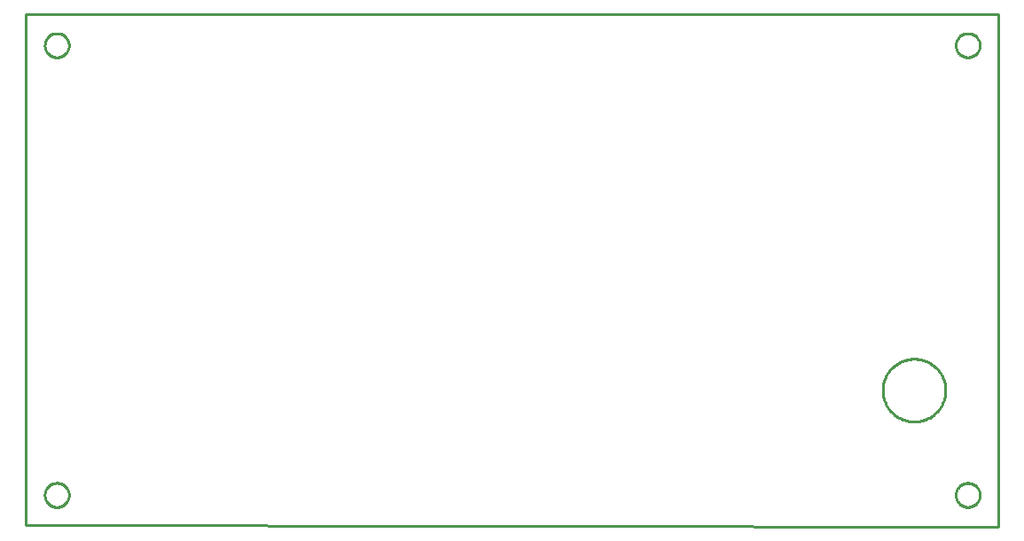
<source format=gbr>
G04 EAGLE Gerber RS-274X export*
G75*
%MOMM*%
%FSLAX34Y34*%
%LPD*%
%IN*%
%IPPOS*%
%AMOC8*
5,1,8,0,0,1.08239X$1,22.5*%
G01*
%ADD10C,0.254000*%


D10*
X110340Y590860D02*
X1039310Y589590D01*
X1039310Y1080010D01*
X110340Y1080010D01*
X110340Y590860D01*
X151500Y1049548D02*
X151429Y1048647D01*
X151288Y1047755D01*
X151077Y1046876D01*
X150798Y1046017D01*
X150452Y1045182D01*
X150041Y1044377D01*
X149569Y1043606D01*
X149038Y1042875D01*
X148451Y1042188D01*
X147812Y1041549D01*
X147125Y1040962D01*
X146394Y1040431D01*
X145623Y1039959D01*
X144818Y1039548D01*
X143983Y1039202D01*
X143124Y1038923D01*
X142245Y1038712D01*
X141353Y1038571D01*
X140452Y1038500D01*
X139548Y1038500D01*
X138647Y1038571D01*
X137755Y1038712D01*
X136876Y1038923D01*
X136017Y1039202D01*
X135182Y1039548D01*
X134377Y1039959D01*
X133606Y1040431D01*
X132875Y1040962D01*
X132188Y1041549D01*
X131549Y1042188D01*
X130962Y1042875D01*
X130431Y1043606D01*
X129959Y1044377D01*
X129548Y1045182D01*
X129202Y1046017D01*
X128923Y1046876D01*
X128712Y1047755D01*
X128571Y1048647D01*
X128500Y1049548D01*
X128500Y1050452D01*
X128571Y1051353D01*
X128712Y1052245D01*
X128923Y1053124D01*
X129202Y1053983D01*
X129548Y1054818D01*
X129959Y1055623D01*
X130431Y1056394D01*
X130962Y1057125D01*
X131549Y1057812D01*
X132188Y1058451D01*
X132875Y1059038D01*
X133606Y1059569D01*
X134377Y1060041D01*
X135182Y1060452D01*
X136017Y1060798D01*
X136876Y1061077D01*
X137755Y1061288D01*
X138647Y1061429D01*
X139548Y1061500D01*
X140452Y1061500D01*
X141353Y1061429D01*
X142245Y1061288D01*
X143124Y1061077D01*
X143983Y1060798D01*
X144818Y1060452D01*
X145623Y1060041D01*
X146394Y1059569D01*
X147125Y1059038D01*
X147812Y1058451D01*
X148451Y1057812D01*
X149038Y1057125D01*
X149569Y1056394D01*
X150041Y1055623D01*
X150452Y1054818D01*
X150798Y1053983D01*
X151077Y1053124D01*
X151288Y1052245D01*
X151429Y1051353D01*
X151500Y1050452D01*
X151500Y1049548D01*
X151500Y619548D02*
X151429Y618647D01*
X151288Y617755D01*
X151077Y616876D01*
X150798Y616017D01*
X150452Y615182D01*
X150041Y614377D01*
X149569Y613606D01*
X149038Y612875D01*
X148451Y612188D01*
X147812Y611549D01*
X147125Y610962D01*
X146394Y610431D01*
X145623Y609959D01*
X144818Y609548D01*
X143983Y609202D01*
X143124Y608923D01*
X142245Y608712D01*
X141353Y608571D01*
X140452Y608500D01*
X139548Y608500D01*
X138647Y608571D01*
X137755Y608712D01*
X136876Y608923D01*
X136017Y609202D01*
X135182Y609548D01*
X134377Y609959D01*
X133606Y610431D01*
X132875Y610962D01*
X132188Y611549D01*
X131549Y612188D01*
X130962Y612875D01*
X130431Y613606D01*
X129959Y614377D01*
X129548Y615182D01*
X129202Y616017D01*
X128923Y616876D01*
X128712Y617755D01*
X128571Y618647D01*
X128500Y619548D01*
X128500Y620452D01*
X128571Y621353D01*
X128712Y622245D01*
X128923Y623124D01*
X129202Y623983D01*
X129548Y624818D01*
X129959Y625623D01*
X130431Y626394D01*
X130962Y627125D01*
X131549Y627812D01*
X132188Y628451D01*
X132875Y629038D01*
X133606Y629569D01*
X134377Y630041D01*
X135182Y630452D01*
X136017Y630798D01*
X136876Y631077D01*
X137755Y631288D01*
X138647Y631429D01*
X139548Y631500D01*
X140452Y631500D01*
X141353Y631429D01*
X142245Y631288D01*
X143124Y631077D01*
X143983Y630798D01*
X144818Y630452D01*
X145623Y630041D01*
X146394Y629569D01*
X147125Y629038D01*
X147812Y628451D01*
X148451Y627812D01*
X149038Y627125D01*
X149569Y626394D01*
X150041Y625623D01*
X150452Y624818D01*
X150798Y623983D01*
X151077Y623124D01*
X151288Y622245D01*
X151429Y621353D01*
X151500Y620452D01*
X151500Y619548D01*
X1021500Y619548D02*
X1021429Y618647D01*
X1021288Y617755D01*
X1021077Y616876D01*
X1020798Y616017D01*
X1020452Y615182D01*
X1020041Y614377D01*
X1019569Y613606D01*
X1019038Y612875D01*
X1018451Y612188D01*
X1017812Y611549D01*
X1017125Y610962D01*
X1016394Y610431D01*
X1015623Y609959D01*
X1014818Y609548D01*
X1013983Y609202D01*
X1013124Y608923D01*
X1012245Y608712D01*
X1011353Y608571D01*
X1010452Y608500D01*
X1009548Y608500D01*
X1008647Y608571D01*
X1007755Y608712D01*
X1006876Y608923D01*
X1006017Y609202D01*
X1005182Y609548D01*
X1004377Y609959D01*
X1003606Y610431D01*
X1002875Y610962D01*
X1002188Y611549D01*
X1001549Y612188D01*
X1000962Y612875D01*
X1000431Y613606D01*
X999959Y614377D01*
X999548Y615182D01*
X999202Y616017D01*
X998923Y616876D01*
X998712Y617755D01*
X998571Y618647D01*
X998500Y619548D01*
X998500Y620452D01*
X998571Y621353D01*
X998712Y622245D01*
X998923Y623124D01*
X999202Y623983D01*
X999548Y624818D01*
X999959Y625623D01*
X1000431Y626394D01*
X1000962Y627125D01*
X1001549Y627812D01*
X1002188Y628451D01*
X1002875Y629038D01*
X1003606Y629569D01*
X1004377Y630041D01*
X1005182Y630452D01*
X1006017Y630798D01*
X1006876Y631077D01*
X1007755Y631288D01*
X1008647Y631429D01*
X1009548Y631500D01*
X1010452Y631500D01*
X1011353Y631429D01*
X1012245Y631288D01*
X1013124Y631077D01*
X1013983Y630798D01*
X1014818Y630452D01*
X1015623Y630041D01*
X1016394Y629569D01*
X1017125Y629038D01*
X1017812Y628451D01*
X1018451Y627812D01*
X1019038Y627125D01*
X1019569Y626394D01*
X1020041Y625623D01*
X1020452Y624818D01*
X1020798Y623983D01*
X1021077Y623124D01*
X1021288Y622245D01*
X1021429Y621353D01*
X1021500Y620452D01*
X1021500Y619548D01*
X1021500Y1049548D02*
X1021429Y1048647D01*
X1021288Y1047755D01*
X1021077Y1046876D01*
X1020798Y1046017D01*
X1020452Y1045182D01*
X1020041Y1044377D01*
X1019569Y1043606D01*
X1019038Y1042875D01*
X1018451Y1042188D01*
X1017812Y1041549D01*
X1017125Y1040962D01*
X1016394Y1040431D01*
X1015623Y1039959D01*
X1014818Y1039548D01*
X1013983Y1039202D01*
X1013124Y1038923D01*
X1012245Y1038712D01*
X1011353Y1038571D01*
X1010452Y1038500D01*
X1009548Y1038500D01*
X1008647Y1038571D01*
X1007755Y1038712D01*
X1006876Y1038923D01*
X1006017Y1039202D01*
X1005182Y1039548D01*
X1004377Y1039959D01*
X1003606Y1040431D01*
X1002875Y1040962D01*
X1002188Y1041549D01*
X1001549Y1042188D01*
X1000962Y1042875D01*
X1000431Y1043606D01*
X999959Y1044377D01*
X999548Y1045182D01*
X999202Y1046017D01*
X998923Y1046876D01*
X998712Y1047755D01*
X998571Y1048647D01*
X998500Y1049548D01*
X998500Y1050452D01*
X998571Y1051353D01*
X998712Y1052245D01*
X998923Y1053124D01*
X999202Y1053983D01*
X999548Y1054818D01*
X999959Y1055623D01*
X1000431Y1056394D01*
X1000962Y1057125D01*
X1001549Y1057812D01*
X1002188Y1058451D01*
X1002875Y1059038D01*
X1003606Y1059569D01*
X1004377Y1060041D01*
X1005182Y1060452D01*
X1006017Y1060798D01*
X1006876Y1061077D01*
X1007755Y1061288D01*
X1008647Y1061429D01*
X1009548Y1061500D01*
X1010452Y1061500D01*
X1011353Y1061429D01*
X1012245Y1061288D01*
X1013124Y1061077D01*
X1013983Y1060798D01*
X1014818Y1060452D01*
X1015623Y1060041D01*
X1016394Y1059569D01*
X1017125Y1059038D01*
X1017812Y1058451D01*
X1018451Y1057812D01*
X1019038Y1057125D01*
X1019569Y1056394D01*
X1020041Y1055623D01*
X1020452Y1054818D01*
X1020798Y1053983D01*
X1021077Y1053124D01*
X1021288Y1052245D01*
X1021429Y1051353D01*
X1021500Y1050452D01*
X1021500Y1049548D01*
X988730Y719424D02*
X988658Y717952D01*
X988513Y716487D01*
X988297Y715030D01*
X988010Y713585D01*
X987652Y712156D01*
X987224Y710747D01*
X986728Y709360D01*
X986165Y707999D01*
X985535Y706668D01*
X984840Y705369D01*
X984083Y704105D01*
X983265Y702881D01*
X982388Y701698D01*
X981453Y700559D01*
X980464Y699468D01*
X979422Y698426D01*
X978331Y697437D01*
X977193Y696502D01*
X976009Y695625D01*
X974785Y694807D01*
X973521Y694050D01*
X972222Y693355D01*
X970891Y692725D01*
X969530Y692162D01*
X968143Y691666D01*
X966734Y691238D01*
X965305Y690880D01*
X963860Y690593D01*
X962403Y690377D01*
X960938Y690232D01*
X959466Y690160D01*
X957994Y690160D01*
X956522Y690232D01*
X955057Y690377D01*
X953600Y690593D01*
X952155Y690880D01*
X950726Y691238D01*
X949317Y691666D01*
X947930Y692162D01*
X946569Y692725D01*
X945238Y693355D01*
X943939Y694050D01*
X942675Y694807D01*
X941451Y695625D01*
X940268Y696502D01*
X939129Y697437D01*
X938038Y698426D01*
X936996Y699468D01*
X936007Y700559D01*
X935072Y701698D01*
X934195Y702881D01*
X933377Y704105D01*
X932620Y705369D01*
X931925Y706668D01*
X931295Y707999D01*
X930732Y709360D01*
X930236Y710747D01*
X929808Y712156D01*
X929450Y713585D01*
X929163Y715030D01*
X928947Y716487D01*
X928802Y717952D01*
X928730Y719424D01*
X928730Y720896D01*
X928802Y722368D01*
X928947Y723833D01*
X929163Y725290D01*
X929450Y726735D01*
X929808Y728164D01*
X930236Y729573D01*
X930732Y730960D01*
X931295Y732321D01*
X931925Y733652D01*
X932620Y734951D01*
X933377Y736215D01*
X934195Y737439D01*
X935072Y738623D01*
X936007Y739761D01*
X936996Y740852D01*
X938038Y741894D01*
X939129Y742883D01*
X940268Y743818D01*
X941451Y744695D01*
X942675Y745513D01*
X943939Y746270D01*
X945238Y746965D01*
X946569Y747595D01*
X947930Y748158D01*
X949317Y748654D01*
X950726Y749082D01*
X952155Y749440D01*
X953600Y749727D01*
X955057Y749943D01*
X956522Y750088D01*
X957994Y750160D01*
X959466Y750160D01*
X960938Y750088D01*
X962403Y749943D01*
X963860Y749727D01*
X965305Y749440D01*
X966734Y749082D01*
X968143Y748654D01*
X969530Y748158D01*
X970891Y747595D01*
X972222Y746965D01*
X973521Y746270D01*
X974785Y745513D01*
X976009Y744695D01*
X977193Y743818D01*
X978331Y742883D01*
X979422Y741894D01*
X980464Y740852D01*
X981453Y739761D01*
X982388Y738623D01*
X983265Y737439D01*
X984083Y736215D01*
X984840Y734951D01*
X985535Y733652D01*
X986165Y732321D01*
X986728Y730960D01*
X987224Y729573D01*
X987652Y728164D01*
X988010Y726735D01*
X988297Y725290D01*
X988513Y723833D01*
X988658Y722368D01*
X988730Y720896D01*
X988730Y719424D01*
M02*

</source>
